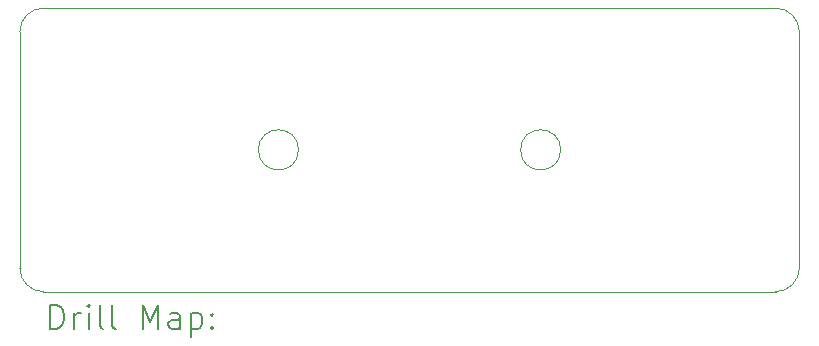
<source format=gbr>
%TF.GenerationSoftware,KiCad,Pcbnew,8.0.6*%
%TF.CreationDate,2025-03-21T23:17:01+00:00*%
%TF.ProjectId,imu_rc_car_encoders,696d755f-7263-45f6-9361-725f656e636f,rev?*%
%TF.SameCoordinates,Original*%
%TF.FileFunction,Drillmap*%
%TF.FilePolarity,Positive*%
%FSLAX45Y45*%
G04 Gerber Fmt 4.5, Leading zero omitted, Abs format (unit mm)*
G04 Created by KiCad (PCBNEW 8.0.6) date 2025-03-21 23:17:01*
%MOMM*%
%LPD*%
G01*
G04 APERTURE LIST*
%ADD10C,0.050000*%
%ADD11C,0.200000*%
G04 APERTURE END LIST*
D10*
X1441421Y-1241421D02*
X7641421Y-1241421D01*
X7641421Y-1241421D02*
G75*
G02*
X7841419Y-1441421I-1J-199999D01*
G01*
X3600991Y-2441431D02*
G75*
G02*
X3260991Y-2441431I-170000J0D01*
G01*
X3260991Y-2441431D02*
G75*
G02*
X3600991Y-2441431I170000J0D01*
G01*
X5820991Y-2441431D02*
G75*
G02*
X5480991Y-2441431I-170000J0D01*
G01*
X5480991Y-2441431D02*
G75*
G02*
X5820991Y-2441431I170000J0D01*
G01*
X1241421Y-3441421D02*
X1241421Y-1441421D01*
X1441421Y-3641421D02*
G75*
G02*
X1241419Y-3441421I-1J200001D01*
G01*
X1241421Y-1441421D02*
G75*
G02*
X1441421Y-1241421I200000J1D01*
G01*
X7841421Y-3441421D02*
G75*
G02*
X7641421Y-3641421I-200001J1D01*
G01*
X7841421Y-1441421D02*
X7841421Y-3441421D01*
X7641421Y-3641421D02*
X1441421Y-3641421D01*
D11*
X1499698Y-3955405D02*
X1499698Y-3755405D01*
X1499698Y-3755405D02*
X1547317Y-3755405D01*
X1547317Y-3755405D02*
X1575889Y-3764929D01*
X1575889Y-3764929D02*
X1594936Y-3783977D01*
X1594936Y-3783977D02*
X1604460Y-3803024D01*
X1604460Y-3803024D02*
X1613984Y-3841119D01*
X1613984Y-3841119D02*
X1613984Y-3869691D01*
X1613984Y-3869691D02*
X1604460Y-3907786D01*
X1604460Y-3907786D02*
X1594936Y-3926834D01*
X1594936Y-3926834D02*
X1575889Y-3945881D01*
X1575889Y-3945881D02*
X1547317Y-3955405D01*
X1547317Y-3955405D02*
X1499698Y-3955405D01*
X1699698Y-3955405D02*
X1699698Y-3822072D01*
X1699698Y-3860167D02*
X1709222Y-3841119D01*
X1709222Y-3841119D02*
X1718746Y-3831596D01*
X1718746Y-3831596D02*
X1737793Y-3822072D01*
X1737793Y-3822072D02*
X1756841Y-3822072D01*
X1823508Y-3955405D02*
X1823508Y-3822072D01*
X1823508Y-3755405D02*
X1813984Y-3764929D01*
X1813984Y-3764929D02*
X1823508Y-3774453D01*
X1823508Y-3774453D02*
X1833031Y-3764929D01*
X1833031Y-3764929D02*
X1823508Y-3755405D01*
X1823508Y-3755405D02*
X1823508Y-3774453D01*
X1947317Y-3955405D02*
X1928270Y-3945881D01*
X1928270Y-3945881D02*
X1918746Y-3926834D01*
X1918746Y-3926834D02*
X1918746Y-3755405D01*
X2052079Y-3955405D02*
X2033031Y-3945881D01*
X2033031Y-3945881D02*
X2023508Y-3926834D01*
X2023508Y-3926834D02*
X2023508Y-3755405D01*
X2280651Y-3955405D02*
X2280651Y-3755405D01*
X2280651Y-3755405D02*
X2347317Y-3898262D01*
X2347317Y-3898262D02*
X2413984Y-3755405D01*
X2413984Y-3755405D02*
X2413984Y-3955405D01*
X2594936Y-3955405D02*
X2594936Y-3850643D01*
X2594936Y-3850643D02*
X2585413Y-3831596D01*
X2585413Y-3831596D02*
X2566365Y-3822072D01*
X2566365Y-3822072D02*
X2528270Y-3822072D01*
X2528270Y-3822072D02*
X2509222Y-3831596D01*
X2594936Y-3945881D02*
X2575889Y-3955405D01*
X2575889Y-3955405D02*
X2528270Y-3955405D01*
X2528270Y-3955405D02*
X2509222Y-3945881D01*
X2509222Y-3945881D02*
X2499698Y-3926834D01*
X2499698Y-3926834D02*
X2499698Y-3907786D01*
X2499698Y-3907786D02*
X2509222Y-3888738D01*
X2509222Y-3888738D02*
X2528270Y-3879215D01*
X2528270Y-3879215D02*
X2575889Y-3879215D01*
X2575889Y-3879215D02*
X2594936Y-3869691D01*
X2690174Y-3822072D02*
X2690174Y-4022072D01*
X2690174Y-3831596D02*
X2709222Y-3822072D01*
X2709222Y-3822072D02*
X2747317Y-3822072D01*
X2747317Y-3822072D02*
X2766365Y-3831596D01*
X2766365Y-3831596D02*
X2775889Y-3841119D01*
X2775889Y-3841119D02*
X2785413Y-3860167D01*
X2785413Y-3860167D02*
X2785413Y-3917310D01*
X2785413Y-3917310D02*
X2775889Y-3936357D01*
X2775889Y-3936357D02*
X2766365Y-3945881D01*
X2766365Y-3945881D02*
X2747317Y-3955405D01*
X2747317Y-3955405D02*
X2709222Y-3955405D01*
X2709222Y-3955405D02*
X2690174Y-3945881D01*
X2871127Y-3936357D02*
X2880651Y-3945881D01*
X2880651Y-3945881D02*
X2871127Y-3955405D01*
X2871127Y-3955405D02*
X2861603Y-3945881D01*
X2861603Y-3945881D02*
X2871127Y-3936357D01*
X2871127Y-3936357D02*
X2871127Y-3955405D01*
X2871127Y-3831596D02*
X2880651Y-3841119D01*
X2880651Y-3841119D02*
X2871127Y-3850643D01*
X2871127Y-3850643D02*
X2861603Y-3841119D01*
X2861603Y-3841119D02*
X2871127Y-3831596D01*
X2871127Y-3831596D02*
X2871127Y-3850643D01*
M02*

</source>
